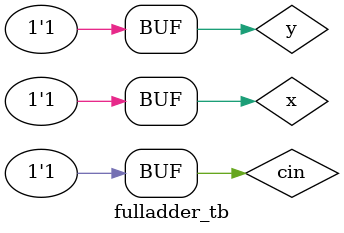
<source format=v>
module FULLADDER(a,b,cin,s,cout);
  input a,b,cin;
  output s,cout;
  
  wire w1,w2,w3,w4,w5,w6,w7;
  
  XOR sum_1(a,b,w1);
  XOR sum(cin,w1,s);
  
  AND a11(a,b,w2);
  AND a12(b,cin,w3);
  AND a13(cin,a,w4); 
  //or o1(cout,w2,w3,w4);
OR o11(w2,w3,w5);
OR o12(w4,w5,cout);

endmodule
  
module fulladder_tb;
  reg x,y,cin;
  wire s,cout;
  FULLADDER h1(x,y,cin,s,cout);
  initial
    begin
       x=0; y=0; cin=0;
     #50  x=0; y=0; cin=1;
     #50  x=0; y=1; cin=0;
     #50  x=0; y=1; cin=1;
     #50  x=1; y=0; cin=0;
     #50  x=1; y=0; cin=1;
     #50  x=1; y=1; cin=0;
     #50  x=1; y=1; cin=1;
     
   end
   
   
  initial
   $monitor("Time:%d, Value of x = %b, Value of y = %o, Value of cin = %b, Value of s=%d,Value of cout=%d", $time,x,y,cin,s,cout);
 endmodule

</source>
